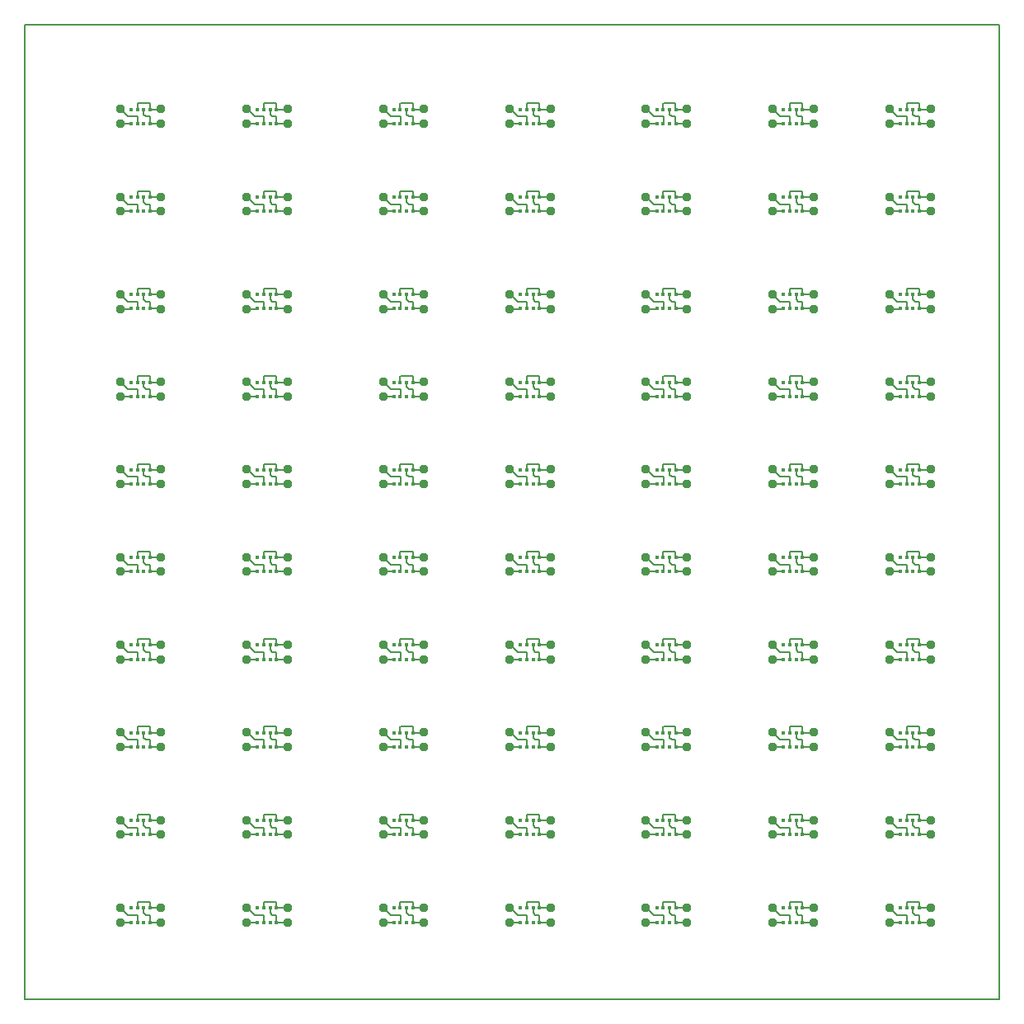
<source format=gtl>
G75*
%MOIN*%
%OFA0B0*%
%FSLAX25Y25*%
%IPPOS*%
%LPD*%
%AMOC8*
5,1,8,0,0,1.08239X$1,22.5*
%
%ADD10C,0.00600*%
%ADD11C,0.03772*%
%ADD12R,0.01575X0.01575*%
D10*
X0001300Y0001300D02*
X0395001Y0001300D01*
X0395001Y0395001D01*
X0001300Y0395001D01*
X0001300Y0001300D01*
X0039686Y0032245D02*
X0044056Y0032245D01*
X0044115Y0032304D01*
X0046674Y0032304D02*
X0046772Y0032402D01*
X0046772Y0035158D01*
X0042835Y0035158D01*
X0039828Y0038166D01*
X0039686Y0038166D01*
X0046674Y0038013D02*
X0046674Y0040375D01*
X0046772Y0040473D01*
X0051694Y0040473D01*
X0051694Y0038111D01*
X0051792Y0038013D01*
X0056131Y0038013D01*
X0056284Y0038166D01*
X0051694Y0034961D02*
X0051694Y0032402D01*
X0051792Y0032304D01*
X0056225Y0032304D01*
X0056284Y0032245D01*
X0051694Y0034961D02*
X0051497Y0035158D01*
X0050119Y0035158D01*
X0049233Y0036044D01*
X0049233Y0038013D01*
X0046674Y0067737D02*
X0046772Y0067835D01*
X0046772Y0070591D01*
X0042835Y0070591D01*
X0039828Y0073599D01*
X0039686Y0073599D01*
X0039686Y0067678D02*
X0044056Y0067678D01*
X0044115Y0067737D01*
X0046674Y0073446D02*
X0046674Y0075808D01*
X0046772Y0075906D01*
X0051694Y0075906D01*
X0051694Y0073544D01*
X0051792Y0073446D01*
X0056131Y0073446D01*
X0056284Y0073599D01*
X0051694Y0070394D02*
X0051694Y0067835D01*
X0051792Y0067737D01*
X0056225Y0067737D01*
X0056284Y0067678D01*
X0051694Y0070394D02*
X0051497Y0070591D01*
X0050119Y0070591D01*
X0049233Y0071477D01*
X0049233Y0073446D01*
X0046674Y0103170D02*
X0046772Y0103269D01*
X0046772Y0106024D01*
X0042835Y0106024D01*
X0039828Y0109032D01*
X0039686Y0109032D01*
X0039686Y0103111D02*
X0044056Y0103111D01*
X0044115Y0103170D01*
X0046674Y0108879D02*
X0046674Y0111241D01*
X0046772Y0111339D01*
X0051694Y0111339D01*
X0051694Y0108977D01*
X0051792Y0108879D01*
X0056131Y0108879D01*
X0056284Y0109032D01*
X0051694Y0105828D02*
X0051694Y0103269D01*
X0051792Y0103170D01*
X0056225Y0103170D01*
X0056284Y0103111D01*
X0051694Y0105828D02*
X0051497Y0106024D01*
X0050119Y0106024D01*
X0049233Y0106910D01*
X0049233Y0108879D01*
X0046674Y0138603D02*
X0046772Y0138702D01*
X0046772Y0141457D01*
X0042835Y0141457D01*
X0039828Y0144465D01*
X0039686Y0144465D01*
X0046674Y0144312D02*
X0046674Y0146674D01*
X0046772Y0146772D01*
X0051694Y0146772D01*
X0051694Y0144410D01*
X0051792Y0144312D01*
X0056131Y0144312D01*
X0056284Y0144465D01*
X0051694Y0141261D02*
X0051694Y0138702D01*
X0051792Y0138603D01*
X0056225Y0138603D01*
X0056284Y0138544D01*
X0051694Y0141261D02*
X0051497Y0141457D01*
X0050119Y0141457D01*
X0049233Y0142343D01*
X0049233Y0144312D01*
X0044115Y0138603D02*
X0044056Y0138544D01*
X0039686Y0138544D01*
X0039686Y0173977D02*
X0044056Y0173977D01*
X0044115Y0174036D01*
X0046674Y0174036D02*
X0046772Y0174135D01*
X0046772Y0176891D01*
X0042835Y0176891D01*
X0039828Y0179898D01*
X0039686Y0179898D01*
X0046674Y0179745D02*
X0046674Y0182107D01*
X0046772Y0182206D01*
X0051694Y0182206D01*
X0051694Y0179843D01*
X0051792Y0179745D01*
X0056131Y0179745D01*
X0056284Y0179898D01*
X0051694Y0176694D02*
X0051694Y0174135D01*
X0051792Y0174036D01*
X0056225Y0174036D01*
X0056284Y0173977D01*
X0051694Y0176694D02*
X0051497Y0176891D01*
X0050119Y0176891D01*
X0049233Y0177776D01*
X0049233Y0179745D01*
X0046674Y0209469D02*
X0046772Y0209568D01*
X0046772Y0212324D01*
X0042835Y0212324D01*
X0039828Y0215331D01*
X0039686Y0215331D01*
X0046674Y0215178D02*
X0046674Y0217540D01*
X0046772Y0217639D01*
X0051694Y0217639D01*
X0051694Y0215276D01*
X0051792Y0215178D01*
X0056131Y0215178D01*
X0056284Y0215331D01*
X0051694Y0212127D02*
X0051694Y0209568D01*
X0051792Y0209469D01*
X0056225Y0209469D01*
X0056284Y0209410D01*
X0051694Y0212127D02*
X0051497Y0212324D01*
X0050119Y0212324D01*
X0049233Y0213209D01*
X0049233Y0215178D01*
X0044115Y0209469D02*
X0044056Y0209410D01*
X0039686Y0209410D01*
X0039686Y0244843D02*
X0044056Y0244843D01*
X0044115Y0244902D01*
X0046674Y0244902D02*
X0046772Y0245001D01*
X0046772Y0247757D01*
X0042835Y0247757D01*
X0039828Y0250765D01*
X0039686Y0250765D01*
X0046674Y0250611D02*
X0046674Y0252973D01*
X0046772Y0253072D01*
X0051694Y0253072D01*
X0051694Y0250709D01*
X0051792Y0250611D01*
X0056131Y0250611D01*
X0056284Y0250765D01*
X0051694Y0247560D02*
X0051694Y0245001D01*
X0051792Y0244902D01*
X0056225Y0244902D01*
X0056284Y0244843D01*
X0051694Y0247560D02*
X0051497Y0247757D01*
X0050119Y0247757D01*
X0049233Y0248643D01*
X0049233Y0250611D01*
X0046674Y0280335D02*
X0046772Y0280434D01*
X0046772Y0283190D01*
X0042835Y0283190D01*
X0039828Y0286198D01*
X0039686Y0286198D01*
X0046674Y0286044D02*
X0046674Y0288406D01*
X0046772Y0288505D01*
X0051694Y0288505D01*
X0051694Y0286143D01*
X0051792Y0286044D01*
X0056131Y0286044D01*
X0056284Y0286198D01*
X0051694Y0282993D02*
X0051694Y0280434D01*
X0051792Y0280335D01*
X0056225Y0280335D01*
X0056284Y0280276D01*
X0051694Y0282993D02*
X0051497Y0283190D01*
X0050119Y0283190D01*
X0049233Y0284076D01*
X0049233Y0286044D01*
X0044115Y0280335D02*
X0044056Y0280276D01*
X0039686Y0280276D01*
X0039686Y0319646D02*
X0044056Y0319646D01*
X0044115Y0319706D01*
X0046674Y0319706D02*
X0046772Y0319804D01*
X0046772Y0322560D01*
X0042835Y0322560D01*
X0039828Y0325568D01*
X0039686Y0325568D01*
X0046674Y0325414D02*
X0046674Y0327776D01*
X0046772Y0327875D01*
X0051694Y0327875D01*
X0051694Y0325513D01*
X0051792Y0325414D01*
X0056131Y0325414D01*
X0056284Y0325568D01*
X0051694Y0322363D02*
X0051694Y0319804D01*
X0051792Y0319706D01*
X0056225Y0319706D01*
X0056284Y0319646D01*
X0051694Y0322363D02*
X0051497Y0322560D01*
X0050119Y0322560D01*
X0049233Y0323446D01*
X0049233Y0325414D01*
X0046674Y0355139D02*
X0046772Y0355237D01*
X0046772Y0357993D01*
X0042835Y0357993D01*
X0039828Y0361001D01*
X0039686Y0361001D01*
X0046674Y0360847D02*
X0046674Y0363209D01*
X0046772Y0363308D01*
X0051694Y0363308D01*
X0051694Y0360946D01*
X0051792Y0360847D01*
X0056131Y0360847D01*
X0056284Y0361001D01*
X0051694Y0357796D02*
X0051694Y0355237D01*
X0051792Y0355139D01*
X0056225Y0355139D01*
X0056284Y0355080D01*
X0051694Y0357796D02*
X0051497Y0357993D01*
X0050119Y0357993D01*
X0049233Y0358879D01*
X0049233Y0360847D01*
X0044115Y0355139D02*
X0044056Y0355080D01*
X0039686Y0355080D01*
X0090867Y0355080D02*
X0095237Y0355080D01*
X0095296Y0355139D01*
X0097855Y0355139D02*
X0097954Y0355237D01*
X0097954Y0357993D01*
X0094017Y0357993D01*
X0091009Y0361001D01*
X0090867Y0361001D01*
X0097855Y0360847D02*
X0097855Y0363209D01*
X0097954Y0363308D01*
X0102875Y0363308D01*
X0102875Y0360946D01*
X0102973Y0360847D01*
X0107312Y0360847D01*
X0107465Y0361001D01*
X0102875Y0357796D02*
X0102875Y0355237D01*
X0102973Y0355139D01*
X0107406Y0355139D01*
X0107465Y0355080D01*
X0102875Y0357796D02*
X0102678Y0357993D01*
X0101300Y0357993D01*
X0100414Y0358879D01*
X0100414Y0360847D01*
X0097954Y0327875D02*
X0102875Y0327875D01*
X0102875Y0325513D01*
X0102973Y0325414D01*
X0107312Y0325414D01*
X0107465Y0325568D01*
X0102875Y0322363D02*
X0102875Y0319804D01*
X0102973Y0319706D01*
X0107406Y0319706D01*
X0107465Y0319646D01*
X0102875Y0322363D02*
X0102678Y0322560D01*
X0101300Y0322560D01*
X0100414Y0323446D01*
X0100414Y0325414D01*
X0097855Y0325414D02*
X0097855Y0327776D01*
X0097954Y0327875D01*
X0097954Y0322560D02*
X0094017Y0322560D01*
X0091009Y0325568D01*
X0090867Y0325568D01*
X0090867Y0319646D02*
X0095237Y0319646D01*
X0095296Y0319706D01*
X0097855Y0319706D02*
X0097954Y0319804D01*
X0097954Y0322560D01*
X0097954Y0288505D02*
X0102875Y0288505D01*
X0102875Y0286143D01*
X0102973Y0286044D01*
X0107312Y0286044D01*
X0107465Y0286198D01*
X0102875Y0282993D02*
X0102875Y0280434D01*
X0102973Y0280335D01*
X0107406Y0280335D01*
X0107465Y0280276D01*
X0102875Y0282993D02*
X0102678Y0283190D01*
X0101300Y0283190D01*
X0100414Y0284076D01*
X0100414Y0286044D01*
X0097855Y0286044D02*
X0097855Y0288406D01*
X0097954Y0288505D01*
X0097954Y0283190D02*
X0094017Y0283190D01*
X0091009Y0286198D01*
X0090867Y0286198D01*
X0090867Y0280276D02*
X0095237Y0280276D01*
X0095296Y0280335D01*
X0097855Y0280335D02*
X0097954Y0280434D01*
X0097954Y0283190D01*
X0097954Y0253072D02*
X0102875Y0253072D01*
X0102875Y0250709D01*
X0102973Y0250611D01*
X0107312Y0250611D01*
X0107465Y0250765D01*
X0102875Y0247560D02*
X0102875Y0245001D01*
X0102973Y0244902D01*
X0107406Y0244902D01*
X0107465Y0244843D01*
X0102875Y0247560D02*
X0102678Y0247757D01*
X0101300Y0247757D01*
X0100414Y0248643D01*
X0100414Y0250611D01*
X0097855Y0250611D02*
X0097855Y0252973D01*
X0097954Y0253072D01*
X0097954Y0247757D02*
X0094017Y0247757D01*
X0091009Y0250765D01*
X0090867Y0250765D01*
X0090867Y0244843D02*
X0095237Y0244843D01*
X0095296Y0244902D01*
X0097855Y0244902D02*
X0097954Y0245001D01*
X0097954Y0247757D01*
X0097954Y0217639D02*
X0102875Y0217639D01*
X0102875Y0215276D01*
X0102973Y0215178D01*
X0107312Y0215178D01*
X0107465Y0215331D01*
X0102875Y0212127D02*
X0102875Y0209568D01*
X0102973Y0209469D01*
X0107406Y0209469D01*
X0107465Y0209410D01*
X0102875Y0212127D02*
X0102678Y0212324D01*
X0101300Y0212324D01*
X0100414Y0213209D01*
X0100414Y0215178D01*
X0097855Y0215178D02*
X0097855Y0217540D01*
X0097954Y0217639D01*
X0097954Y0212324D02*
X0094017Y0212324D01*
X0091009Y0215331D01*
X0090867Y0215331D01*
X0090867Y0209410D02*
X0095237Y0209410D01*
X0095296Y0209469D01*
X0097855Y0209469D02*
X0097954Y0209568D01*
X0097954Y0212324D01*
X0097954Y0182206D02*
X0102875Y0182206D01*
X0102875Y0179843D01*
X0102973Y0179745D01*
X0107312Y0179745D01*
X0107465Y0179898D01*
X0102875Y0176694D02*
X0102875Y0174135D01*
X0102973Y0174036D01*
X0107406Y0174036D01*
X0107465Y0173977D01*
X0102875Y0176694D02*
X0102678Y0176891D01*
X0101300Y0176891D01*
X0100414Y0177776D01*
X0100414Y0179745D01*
X0097855Y0179745D02*
X0097855Y0182107D01*
X0097954Y0182206D01*
X0097954Y0176891D02*
X0094017Y0176891D01*
X0091009Y0179898D01*
X0090867Y0179898D01*
X0090867Y0173977D02*
X0095237Y0173977D01*
X0095296Y0174036D01*
X0097855Y0174036D02*
X0097954Y0174135D01*
X0097954Y0176891D01*
X0097954Y0146772D02*
X0102875Y0146772D01*
X0102875Y0144410D01*
X0102973Y0144312D01*
X0107312Y0144312D01*
X0107465Y0144465D01*
X0102875Y0141261D02*
X0102875Y0138702D01*
X0102973Y0138603D01*
X0107406Y0138603D01*
X0107465Y0138544D01*
X0102875Y0141261D02*
X0102678Y0141457D01*
X0101300Y0141457D01*
X0100414Y0142343D01*
X0100414Y0144312D01*
X0097855Y0144312D02*
X0097855Y0146674D01*
X0097954Y0146772D01*
X0097954Y0141457D02*
X0094017Y0141457D01*
X0091009Y0144465D01*
X0090867Y0144465D01*
X0090867Y0138544D02*
X0095237Y0138544D01*
X0095296Y0138603D01*
X0097855Y0138603D02*
X0097954Y0138702D01*
X0097954Y0141457D01*
X0097954Y0111339D02*
X0102875Y0111339D01*
X0102875Y0108977D01*
X0102973Y0108879D01*
X0107312Y0108879D01*
X0107465Y0109032D01*
X0107406Y0103170D02*
X0107465Y0103111D01*
X0107406Y0103170D02*
X0102973Y0103170D01*
X0102875Y0103269D01*
X0102875Y0105828D01*
X0102678Y0106024D01*
X0101300Y0106024D01*
X0100414Y0106910D01*
X0100414Y0108879D01*
X0097855Y0108879D02*
X0097855Y0111241D01*
X0097954Y0111339D01*
X0097954Y0106024D02*
X0094017Y0106024D01*
X0091009Y0109032D01*
X0090867Y0109032D01*
X0090867Y0103111D02*
X0095237Y0103111D01*
X0095296Y0103170D01*
X0097855Y0103170D02*
X0097954Y0103269D01*
X0097954Y0106024D01*
X0097954Y0075906D02*
X0102875Y0075906D01*
X0102875Y0073544D01*
X0102973Y0073446D01*
X0107312Y0073446D01*
X0107465Y0073599D01*
X0107406Y0067737D02*
X0107465Y0067678D01*
X0107406Y0067737D02*
X0102973Y0067737D01*
X0102875Y0067835D01*
X0102875Y0070394D01*
X0102678Y0070591D01*
X0101300Y0070591D01*
X0100414Y0071477D01*
X0100414Y0073446D01*
X0097855Y0073446D02*
X0097855Y0075808D01*
X0097954Y0075906D01*
X0097954Y0070591D02*
X0094017Y0070591D01*
X0091009Y0073599D01*
X0090867Y0073599D01*
X0090867Y0067678D02*
X0095237Y0067678D01*
X0095296Y0067737D01*
X0097855Y0067737D02*
X0097954Y0067835D01*
X0097954Y0070591D01*
X0097954Y0040473D02*
X0102875Y0040473D01*
X0102875Y0038111D01*
X0102973Y0038013D01*
X0107312Y0038013D01*
X0107465Y0038166D01*
X0107406Y0032304D02*
X0107465Y0032245D01*
X0107406Y0032304D02*
X0102973Y0032304D01*
X0102875Y0032402D01*
X0102875Y0034961D01*
X0102678Y0035158D01*
X0101300Y0035158D01*
X0100414Y0036044D01*
X0100414Y0038013D01*
X0097855Y0038013D02*
X0097855Y0040375D01*
X0097954Y0040473D01*
X0097954Y0035158D02*
X0094017Y0035158D01*
X0091009Y0038166D01*
X0090867Y0038166D01*
X0090867Y0032245D02*
X0095237Y0032245D01*
X0095296Y0032304D01*
X0097855Y0032304D02*
X0097954Y0032402D01*
X0097954Y0035158D01*
X0145985Y0032245D02*
X0150355Y0032245D01*
X0150414Y0032304D01*
X0152973Y0032304D02*
X0153072Y0032402D01*
X0153072Y0035158D01*
X0149135Y0035158D01*
X0146127Y0038166D01*
X0145985Y0038166D01*
X0152973Y0038013D02*
X0152973Y0040375D01*
X0153072Y0040473D01*
X0157993Y0040473D01*
X0157993Y0038111D01*
X0158091Y0038013D01*
X0162430Y0038013D01*
X0162583Y0038166D01*
X0162524Y0032304D02*
X0162583Y0032245D01*
X0162524Y0032304D02*
X0158091Y0032304D01*
X0157993Y0032402D01*
X0157993Y0034961D01*
X0157796Y0035158D01*
X0156418Y0035158D01*
X0155532Y0036044D01*
X0155532Y0038013D01*
X0152973Y0067737D02*
X0153072Y0067835D01*
X0153072Y0070591D01*
X0149135Y0070591D01*
X0146127Y0073599D01*
X0145985Y0073599D01*
X0145985Y0067678D02*
X0150355Y0067678D01*
X0150414Y0067737D01*
X0152973Y0073446D02*
X0152973Y0075808D01*
X0153072Y0075906D01*
X0157993Y0075906D01*
X0157993Y0073544D01*
X0158091Y0073446D01*
X0162430Y0073446D01*
X0162583Y0073599D01*
X0162524Y0067737D02*
X0162583Y0067678D01*
X0162524Y0067737D02*
X0158091Y0067737D01*
X0157993Y0067835D01*
X0157993Y0070394D01*
X0157796Y0070591D01*
X0156418Y0070591D01*
X0155532Y0071477D01*
X0155532Y0073446D01*
X0152973Y0103170D02*
X0153072Y0103269D01*
X0153072Y0106024D01*
X0149135Y0106024D01*
X0146127Y0109032D01*
X0145985Y0109032D01*
X0145985Y0103111D02*
X0150355Y0103111D01*
X0150414Y0103170D01*
X0152973Y0108879D02*
X0152973Y0111241D01*
X0153072Y0111339D01*
X0157993Y0111339D01*
X0157993Y0108977D01*
X0158091Y0108879D01*
X0162430Y0108879D01*
X0162583Y0109032D01*
X0162524Y0103170D02*
X0162583Y0103111D01*
X0162524Y0103170D02*
X0158091Y0103170D01*
X0157993Y0103269D01*
X0157993Y0105828D01*
X0157796Y0106024D01*
X0156418Y0106024D01*
X0155532Y0106910D01*
X0155532Y0108879D01*
X0152973Y0138603D02*
X0153072Y0138702D01*
X0153072Y0141457D01*
X0149135Y0141457D01*
X0146127Y0144465D01*
X0145985Y0144465D01*
X0145985Y0138544D02*
X0150355Y0138544D01*
X0150414Y0138603D01*
X0152973Y0144312D02*
X0152973Y0146674D01*
X0153072Y0146772D01*
X0157993Y0146772D01*
X0157993Y0144410D01*
X0158091Y0144312D01*
X0162430Y0144312D01*
X0162583Y0144465D01*
X0157993Y0141261D02*
X0157993Y0138702D01*
X0158091Y0138603D01*
X0162524Y0138603D01*
X0162583Y0138544D01*
X0157993Y0141261D02*
X0157796Y0141457D01*
X0156418Y0141457D01*
X0155532Y0142343D01*
X0155532Y0144312D01*
X0152973Y0174036D02*
X0153072Y0174135D01*
X0153072Y0176891D01*
X0149135Y0176891D01*
X0146127Y0179898D01*
X0145985Y0179898D01*
X0145985Y0173977D02*
X0150355Y0173977D01*
X0150414Y0174036D01*
X0152973Y0179745D02*
X0152973Y0182107D01*
X0153072Y0182206D01*
X0157993Y0182206D01*
X0157993Y0179843D01*
X0158091Y0179745D01*
X0162430Y0179745D01*
X0162583Y0179898D01*
X0157993Y0176694D02*
X0157993Y0174135D01*
X0158091Y0174036D01*
X0162524Y0174036D01*
X0162583Y0173977D01*
X0157993Y0176694D02*
X0157796Y0176891D01*
X0156418Y0176891D01*
X0155532Y0177776D01*
X0155532Y0179745D01*
X0152973Y0209469D02*
X0153072Y0209568D01*
X0153072Y0212324D01*
X0149135Y0212324D01*
X0146127Y0215331D01*
X0145985Y0215331D01*
X0145985Y0209410D02*
X0150355Y0209410D01*
X0150414Y0209469D01*
X0152973Y0215178D02*
X0152973Y0217540D01*
X0153072Y0217639D01*
X0157993Y0217639D01*
X0157993Y0215276D01*
X0158091Y0215178D01*
X0162430Y0215178D01*
X0162583Y0215331D01*
X0157993Y0212127D02*
X0157993Y0209568D01*
X0158091Y0209469D01*
X0162524Y0209469D01*
X0162583Y0209410D01*
X0157993Y0212127D02*
X0157796Y0212324D01*
X0156418Y0212324D01*
X0155532Y0213209D01*
X0155532Y0215178D01*
X0152973Y0244902D02*
X0153072Y0245001D01*
X0153072Y0247757D01*
X0149135Y0247757D01*
X0146127Y0250765D01*
X0145985Y0250765D01*
X0145985Y0244843D02*
X0150355Y0244843D01*
X0150414Y0244902D01*
X0152973Y0250611D02*
X0152973Y0252973D01*
X0153072Y0253072D01*
X0157993Y0253072D01*
X0157993Y0250709D01*
X0158091Y0250611D01*
X0162430Y0250611D01*
X0162583Y0250765D01*
X0157993Y0247560D02*
X0157993Y0245001D01*
X0158091Y0244902D01*
X0162524Y0244902D01*
X0162583Y0244843D01*
X0157993Y0247560D02*
X0157796Y0247757D01*
X0156418Y0247757D01*
X0155532Y0248643D01*
X0155532Y0250611D01*
X0152973Y0280335D02*
X0153072Y0280434D01*
X0153072Y0283190D01*
X0149135Y0283190D01*
X0146127Y0286198D01*
X0145985Y0286198D01*
X0145985Y0280276D02*
X0150355Y0280276D01*
X0150414Y0280335D01*
X0152973Y0286044D02*
X0152973Y0288406D01*
X0153072Y0288505D01*
X0157993Y0288505D01*
X0157993Y0286143D01*
X0158091Y0286044D01*
X0162430Y0286044D01*
X0162583Y0286198D01*
X0157993Y0282993D02*
X0157993Y0280434D01*
X0158091Y0280335D01*
X0162524Y0280335D01*
X0162583Y0280276D01*
X0157993Y0282993D02*
X0157796Y0283190D01*
X0156418Y0283190D01*
X0155532Y0284076D01*
X0155532Y0286044D01*
X0152973Y0319706D02*
X0153072Y0319804D01*
X0153072Y0322560D01*
X0149135Y0322560D01*
X0146127Y0325568D01*
X0145985Y0325568D01*
X0145985Y0319646D02*
X0150355Y0319646D01*
X0150414Y0319706D01*
X0152973Y0325414D02*
X0152973Y0327776D01*
X0153072Y0327875D01*
X0157993Y0327875D01*
X0157993Y0325513D01*
X0158091Y0325414D01*
X0162430Y0325414D01*
X0162583Y0325568D01*
X0157993Y0322363D02*
X0157993Y0319804D01*
X0158091Y0319706D01*
X0162524Y0319706D01*
X0162583Y0319646D01*
X0157993Y0322363D02*
X0157796Y0322560D01*
X0156418Y0322560D01*
X0155532Y0323446D01*
X0155532Y0325414D01*
X0152973Y0355139D02*
X0153072Y0355237D01*
X0153072Y0357993D01*
X0149135Y0357993D01*
X0146127Y0361001D01*
X0145985Y0361001D01*
X0145985Y0355080D02*
X0150355Y0355080D01*
X0150414Y0355139D01*
X0152973Y0360847D02*
X0152973Y0363209D01*
X0153072Y0363308D01*
X0157993Y0363308D01*
X0157993Y0360946D01*
X0158091Y0360847D01*
X0162430Y0360847D01*
X0162583Y0361001D01*
X0157993Y0357796D02*
X0157993Y0355237D01*
X0158091Y0355139D01*
X0162524Y0355139D01*
X0162583Y0355080D01*
X0157993Y0357796D02*
X0157796Y0357993D01*
X0156418Y0357993D01*
X0155532Y0358879D01*
X0155532Y0360847D01*
X0197166Y0361001D02*
X0197308Y0361001D01*
X0200316Y0357993D01*
X0204253Y0357993D01*
X0204253Y0355237D01*
X0204154Y0355139D01*
X0201595Y0355139D02*
X0201536Y0355080D01*
X0197166Y0355080D01*
X0204154Y0360847D02*
X0204154Y0363209D01*
X0204253Y0363308D01*
X0209174Y0363308D01*
X0209174Y0360946D01*
X0209272Y0360847D01*
X0213611Y0360847D01*
X0213765Y0361001D01*
X0209174Y0357796D02*
X0209174Y0355237D01*
X0209272Y0355139D01*
X0213706Y0355139D01*
X0213765Y0355080D01*
X0209174Y0357796D02*
X0208977Y0357993D01*
X0207599Y0357993D01*
X0206713Y0358879D01*
X0206713Y0360847D01*
X0204253Y0327875D02*
X0209174Y0327875D01*
X0209174Y0325513D01*
X0209272Y0325414D01*
X0213611Y0325414D01*
X0213765Y0325568D01*
X0209174Y0322363D02*
X0209174Y0319804D01*
X0209272Y0319706D01*
X0213706Y0319706D01*
X0213765Y0319646D01*
X0209174Y0322363D02*
X0208977Y0322560D01*
X0207599Y0322560D01*
X0206713Y0323446D01*
X0206713Y0325414D01*
X0204154Y0325414D02*
X0204154Y0327776D01*
X0204253Y0327875D01*
X0204253Y0322560D02*
X0200316Y0322560D01*
X0197308Y0325568D01*
X0197166Y0325568D01*
X0197166Y0319646D02*
X0201536Y0319646D01*
X0201595Y0319706D01*
X0204154Y0319706D02*
X0204253Y0319804D01*
X0204253Y0322560D01*
X0204253Y0288505D02*
X0209174Y0288505D01*
X0209174Y0286143D01*
X0209272Y0286044D01*
X0213611Y0286044D01*
X0213765Y0286198D01*
X0209174Y0282993D02*
X0209174Y0280434D01*
X0209272Y0280335D01*
X0213706Y0280335D01*
X0213765Y0280276D01*
X0209174Y0282993D02*
X0208977Y0283190D01*
X0207599Y0283190D01*
X0206713Y0284076D01*
X0206713Y0286044D01*
X0204154Y0286044D02*
X0204154Y0288406D01*
X0204253Y0288505D01*
X0204253Y0283190D02*
X0200316Y0283190D01*
X0197308Y0286198D01*
X0197166Y0286198D01*
X0197166Y0280276D02*
X0201536Y0280276D01*
X0201595Y0280335D01*
X0204154Y0280335D02*
X0204253Y0280434D01*
X0204253Y0283190D01*
X0204253Y0253072D02*
X0209174Y0253072D01*
X0209174Y0250709D01*
X0209272Y0250611D01*
X0213611Y0250611D01*
X0213765Y0250765D01*
X0209174Y0247560D02*
X0209174Y0245001D01*
X0209272Y0244902D01*
X0213706Y0244902D01*
X0213765Y0244843D01*
X0209174Y0247560D02*
X0208977Y0247757D01*
X0207599Y0247757D01*
X0206713Y0248643D01*
X0206713Y0250611D01*
X0204154Y0250611D02*
X0204154Y0252973D01*
X0204253Y0253072D01*
X0204253Y0247757D02*
X0200316Y0247757D01*
X0197308Y0250765D01*
X0197166Y0250765D01*
X0197166Y0244843D02*
X0201536Y0244843D01*
X0201595Y0244902D01*
X0204154Y0244902D02*
X0204253Y0245001D01*
X0204253Y0247757D01*
X0204253Y0217639D02*
X0209174Y0217639D01*
X0209174Y0215276D01*
X0209272Y0215178D01*
X0213611Y0215178D01*
X0213765Y0215331D01*
X0209174Y0212127D02*
X0209174Y0209568D01*
X0209272Y0209469D01*
X0213706Y0209469D01*
X0213765Y0209410D01*
X0209174Y0212127D02*
X0208977Y0212324D01*
X0207599Y0212324D01*
X0206713Y0213209D01*
X0206713Y0215178D01*
X0204154Y0215178D02*
X0204154Y0217540D01*
X0204253Y0217639D01*
X0204253Y0212324D02*
X0200316Y0212324D01*
X0197308Y0215331D01*
X0197166Y0215331D01*
X0197166Y0209410D02*
X0201536Y0209410D01*
X0201595Y0209469D01*
X0204154Y0209469D02*
X0204253Y0209568D01*
X0204253Y0212324D01*
X0204253Y0182206D02*
X0209174Y0182206D01*
X0209174Y0179843D01*
X0209272Y0179745D01*
X0213611Y0179745D01*
X0213765Y0179898D01*
X0209174Y0176694D02*
X0209174Y0174135D01*
X0209272Y0174036D01*
X0213706Y0174036D01*
X0213765Y0173977D01*
X0209174Y0176694D02*
X0208977Y0176891D01*
X0207599Y0176891D01*
X0206713Y0177776D01*
X0206713Y0179745D01*
X0204154Y0179745D02*
X0204154Y0182107D01*
X0204253Y0182206D01*
X0204253Y0176891D02*
X0200316Y0176891D01*
X0197308Y0179898D01*
X0197166Y0179898D01*
X0197166Y0173977D02*
X0201536Y0173977D01*
X0201595Y0174036D01*
X0204154Y0174036D02*
X0204253Y0174135D01*
X0204253Y0176891D01*
X0204253Y0146772D02*
X0209174Y0146772D01*
X0209174Y0144410D01*
X0209272Y0144312D01*
X0213611Y0144312D01*
X0213765Y0144465D01*
X0209174Y0141261D02*
X0209174Y0138702D01*
X0209272Y0138603D01*
X0213706Y0138603D01*
X0213765Y0138544D01*
X0209174Y0141261D02*
X0208977Y0141457D01*
X0207599Y0141457D01*
X0206713Y0142343D01*
X0206713Y0144312D01*
X0204154Y0144312D02*
X0204154Y0146674D01*
X0204253Y0146772D01*
X0204253Y0141457D02*
X0200316Y0141457D01*
X0197308Y0144465D01*
X0197166Y0144465D01*
X0197166Y0138544D02*
X0201536Y0138544D01*
X0201595Y0138603D01*
X0204154Y0138603D02*
X0204253Y0138702D01*
X0204253Y0141457D01*
X0204253Y0111339D02*
X0209174Y0111339D01*
X0209174Y0108977D01*
X0209272Y0108879D01*
X0213611Y0108879D01*
X0213765Y0109032D01*
X0209174Y0105828D02*
X0209174Y0103269D01*
X0209272Y0103170D01*
X0213706Y0103170D01*
X0213765Y0103111D01*
X0209174Y0105828D02*
X0208977Y0106024D01*
X0207599Y0106024D01*
X0206713Y0106910D01*
X0206713Y0108879D01*
X0204154Y0108879D02*
X0204154Y0111241D01*
X0204253Y0111339D01*
X0204253Y0106024D02*
X0200316Y0106024D01*
X0197308Y0109032D01*
X0197166Y0109032D01*
X0197166Y0103111D02*
X0201536Y0103111D01*
X0201595Y0103170D01*
X0204154Y0103170D02*
X0204253Y0103269D01*
X0204253Y0106024D01*
X0204253Y0075906D02*
X0209174Y0075906D01*
X0209174Y0073544D01*
X0209272Y0073446D01*
X0213611Y0073446D01*
X0213765Y0073599D01*
X0209174Y0070394D02*
X0209174Y0067835D01*
X0209272Y0067737D01*
X0213706Y0067737D01*
X0213765Y0067678D01*
X0209174Y0070394D02*
X0208977Y0070591D01*
X0207599Y0070591D01*
X0206713Y0071477D01*
X0206713Y0073446D01*
X0204154Y0073446D02*
X0204154Y0075808D01*
X0204253Y0075906D01*
X0204253Y0070591D02*
X0200316Y0070591D01*
X0197308Y0073599D01*
X0197166Y0073599D01*
X0197166Y0067678D02*
X0201536Y0067678D01*
X0201595Y0067737D01*
X0204154Y0067737D02*
X0204253Y0067835D01*
X0204253Y0070591D01*
X0204253Y0040473D02*
X0209174Y0040473D01*
X0209174Y0038111D01*
X0209272Y0038013D01*
X0213611Y0038013D01*
X0213765Y0038166D01*
X0209174Y0034961D02*
X0209174Y0032402D01*
X0209272Y0032304D01*
X0213706Y0032304D01*
X0213765Y0032245D01*
X0209174Y0034961D02*
X0208977Y0035158D01*
X0207599Y0035158D01*
X0206713Y0036044D01*
X0206713Y0038013D01*
X0204154Y0038013D02*
X0204154Y0040375D01*
X0204253Y0040473D01*
X0204253Y0035158D02*
X0200316Y0035158D01*
X0197308Y0038166D01*
X0197166Y0038166D01*
X0197166Y0032245D02*
X0201536Y0032245D01*
X0201595Y0032304D01*
X0204154Y0032304D02*
X0204253Y0032402D01*
X0204253Y0035158D01*
X0252284Y0032245D02*
X0256654Y0032245D01*
X0256713Y0032304D01*
X0259272Y0032304D02*
X0259371Y0032402D01*
X0259371Y0035158D01*
X0255434Y0035158D01*
X0252426Y0038166D01*
X0252284Y0038166D01*
X0259272Y0038013D02*
X0259272Y0040375D01*
X0259371Y0040473D01*
X0264292Y0040473D01*
X0264292Y0038111D01*
X0264391Y0038013D01*
X0268729Y0038013D01*
X0268883Y0038166D01*
X0264292Y0034961D02*
X0264292Y0032402D01*
X0264391Y0032304D01*
X0268824Y0032304D01*
X0268883Y0032245D01*
X0264292Y0034961D02*
X0264095Y0035158D01*
X0262717Y0035158D01*
X0261831Y0036044D01*
X0261831Y0038013D01*
X0259272Y0067737D02*
X0259371Y0067835D01*
X0259371Y0070591D01*
X0255434Y0070591D01*
X0252426Y0073599D01*
X0252284Y0073599D01*
X0252284Y0067678D02*
X0256654Y0067678D01*
X0256713Y0067737D01*
X0259272Y0073446D02*
X0259272Y0075808D01*
X0259371Y0075906D01*
X0264292Y0075906D01*
X0264292Y0073544D01*
X0264391Y0073446D01*
X0268729Y0073446D01*
X0268883Y0073599D01*
X0264292Y0070394D02*
X0264292Y0067835D01*
X0264391Y0067737D01*
X0268824Y0067737D01*
X0268883Y0067678D01*
X0264292Y0070394D02*
X0264095Y0070591D01*
X0262717Y0070591D01*
X0261831Y0071477D01*
X0261831Y0073446D01*
X0259272Y0103170D02*
X0259371Y0103269D01*
X0259371Y0106024D01*
X0255434Y0106024D01*
X0252426Y0109032D01*
X0252284Y0109032D01*
X0252284Y0103111D02*
X0256654Y0103111D01*
X0256713Y0103170D01*
X0259272Y0108879D02*
X0259272Y0111241D01*
X0259371Y0111339D01*
X0264292Y0111339D01*
X0264292Y0108977D01*
X0264391Y0108879D01*
X0268729Y0108879D01*
X0268883Y0109032D01*
X0264292Y0105828D02*
X0264292Y0103269D01*
X0264391Y0103170D01*
X0268824Y0103170D01*
X0268883Y0103111D01*
X0264292Y0105828D02*
X0264095Y0106024D01*
X0262717Y0106024D01*
X0261831Y0106910D01*
X0261831Y0108879D01*
X0259272Y0138603D02*
X0259371Y0138702D01*
X0259371Y0141457D01*
X0255434Y0141457D01*
X0252426Y0144465D01*
X0252284Y0144465D01*
X0252284Y0138544D02*
X0256654Y0138544D01*
X0256713Y0138603D01*
X0259272Y0144312D02*
X0259272Y0146674D01*
X0259371Y0146772D01*
X0264292Y0146772D01*
X0264292Y0144410D01*
X0264391Y0144312D01*
X0268729Y0144312D01*
X0268883Y0144465D01*
X0264292Y0141261D02*
X0264292Y0138702D01*
X0264391Y0138603D01*
X0268824Y0138603D01*
X0268883Y0138544D01*
X0264292Y0141261D02*
X0264095Y0141457D01*
X0262717Y0141457D01*
X0261831Y0142343D01*
X0261831Y0144312D01*
X0259272Y0174036D02*
X0259371Y0174135D01*
X0259371Y0176891D01*
X0255434Y0176891D01*
X0252426Y0179898D01*
X0252284Y0179898D01*
X0252284Y0173977D02*
X0256654Y0173977D01*
X0256713Y0174036D01*
X0259272Y0179745D02*
X0259272Y0182107D01*
X0259371Y0182206D01*
X0264292Y0182206D01*
X0264292Y0179843D01*
X0264391Y0179745D01*
X0268729Y0179745D01*
X0268883Y0179898D01*
X0264292Y0176694D02*
X0264292Y0174135D01*
X0264391Y0174036D01*
X0268824Y0174036D01*
X0268883Y0173977D01*
X0264292Y0176694D02*
X0264095Y0176891D01*
X0262717Y0176891D01*
X0261831Y0177776D01*
X0261831Y0179745D01*
X0259272Y0209469D02*
X0259371Y0209568D01*
X0259371Y0212324D01*
X0255434Y0212324D01*
X0252426Y0215331D01*
X0252284Y0215331D01*
X0252284Y0209410D02*
X0256654Y0209410D01*
X0256713Y0209469D01*
X0259272Y0215178D02*
X0259272Y0217540D01*
X0259371Y0217639D01*
X0264292Y0217639D01*
X0264292Y0215276D01*
X0264391Y0215178D01*
X0268729Y0215178D01*
X0268883Y0215331D01*
X0264292Y0212127D02*
X0264292Y0209568D01*
X0264391Y0209469D01*
X0268824Y0209469D01*
X0268883Y0209410D01*
X0264292Y0212127D02*
X0264095Y0212324D01*
X0262717Y0212324D01*
X0261831Y0213209D01*
X0261831Y0215178D01*
X0259272Y0244902D02*
X0259371Y0245001D01*
X0259371Y0247757D01*
X0255434Y0247757D01*
X0252426Y0250765D01*
X0252284Y0250765D01*
X0252284Y0244843D02*
X0256654Y0244843D01*
X0256713Y0244902D01*
X0259272Y0250611D02*
X0259272Y0252973D01*
X0259371Y0253072D01*
X0264292Y0253072D01*
X0264292Y0250709D01*
X0264391Y0250611D01*
X0268729Y0250611D01*
X0268883Y0250765D01*
X0264292Y0247560D02*
X0264292Y0245001D01*
X0264391Y0244902D01*
X0268824Y0244902D01*
X0268883Y0244843D01*
X0264292Y0247560D02*
X0264095Y0247757D01*
X0262717Y0247757D01*
X0261831Y0248643D01*
X0261831Y0250611D01*
X0259272Y0280335D02*
X0259371Y0280434D01*
X0259371Y0283190D01*
X0255434Y0283190D01*
X0252426Y0286198D01*
X0252284Y0286198D01*
X0252284Y0280276D02*
X0256654Y0280276D01*
X0256713Y0280335D01*
X0259272Y0286044D02*
X0259272Y0288406D01*
X0259371Y0288505D01*
X0264292Y0288505D01*
X0264292Y0286143D01*
X0264391Y0286044D01*
X0268729Y0286044D01*
X0268883Y0286198D01*
X0264292Y0282993D02*
X0264292Y0280434D01*
X0264391Y0280335D01*
X0268824Y0280335D01*
X0268883Y0280276D01*
X0264292Y0282993D02*
X0264095Y0283190D01*
X0262717Y0283190D01*
X0261831Y0284076D01*
X0261831Y0286044D01*
X0259272Y0319706D02*
X0259371Y0319804D01*
X0259371Y0322560D01*
X0255434Y0322560D01*
X0252426Y0325568D01*
X0252284Y0325568D01*
X0252284Y0319646D02*
X0256654Y0319646D01*
X0256713Y0319706D01*
X0259272Y0325414D02*
X0259272Y0327776D01*
X0259371Y0327875D01*
X0264292Y0327875D01*
X0264292Y0325513D01*
X0264391Y0325414D01*
X0268729Y0325414D01*
X0268883Y0325568D01*
X0264292Y0322363D02*
X0264292Y0319804D01*
X0264391Y0319706D01*
X0268824Y0319706D01*
X0268883Y0319646D01*
X0264292Y0322363D02*
X0264095Y0322560D01*
X0262717Y0322560D01*
X0261831Y0323446D01*
X0261831Y0325414D01*
X0259272Y0355139D02*
X0259371Y0355237D01*
X0259371Y0357993D01*
X0255434Y0357993D01*
X0252426Y0361001D01*
X0252284Y0361001D01*
X0252284Y0355080D02*
X0256654Y0355080D01*
X0256713Y0355139D01*
X0259272Y0360847D02*
X0259272Y0363209D01*
X0259371Y0363308D01*
X0264292Y0363308D01*
X0264292Y0360946D01*
X0264391Y0360847D01*
X0268729Y0360847D01*
X0268883Y0361001D01*
X0264292Y0357796D02*
X0264292Y0355237D01*
X0264391Y0355139D01*
X0268824Y0355139D01*
X0268883Y0355080D01*
X0264292Y0357796D02*
X0264095Y0357993D01*
X0262717Y0357993D01*
X0261831Y0358879D01*
X0261831Y0360847D01*
X0303465Y0361001D02*
X0303607Y0361001D01*
X0306615Y0357993D01*
X0310552Y0357993D01*
X0310552Y0355237D01*
X0310454Y0355139D01*
X0307894Y0355139D02*
X0307835Y0355080D01*
X0303465Y0355080D01*
X0310454Y0360847D02*
X0310454Y0363209D01*
X0310552Y0363308D01*
X0315473Y0363308D01*
X0315473Y0360946D01*
X0315572Y0360847D01*
X0319910Y0360847D01*
X0320064Y0361001D01*
X0315473Y0357796D02*
X0315473Y0355237D01*
X0315572Y0355139D01*
X0320005Y0355139D01*
X0320064Y0355080D01*
X0315473Y0357796D02*
X0315276Y0357993D01*
X0313898Y0357993D01*
X0313013Y0358879D01*
X0313013Y0360847D01*
X0310552Y0327875D02*
X0315473Y0327875D01*
X0315473Y0325513D01*
X0315572Y0325414D01*
X0319910Y0325414D01*
X0320064Y0325568D01*
X0315473Y0322363D02*
X0315473Y0319804D01*
X0315572Y0319706D01*
X0320005Y0319706D01*
X0320064Y0319646D01*
X0315473Y0322363D02*
X0315276Y0322560D01*
X0313898Y0322560D01*
X0313013Y0323446D01*
X0313013Y0325414D01*
X0310454Y0325414D02*
X0310454Y0327776D01*
X0310552Y0327875D01*
X0310552Y0322560D02*
X0306615Y0322560D01*
X0303607Y0325568D01*
X0303465Y0325568D01*
X0303465Y0319646D02*
X0307835Y0319646D01*
X0307894Y0319706D01*
X0310454Y0319706D02*
X0310552Y0319804D01*
X0310552Y0322560D01*
X0310552Y0288505D02*
X0315473Y0288505D01*
X0315473Y0286143D01*
X0315572Y0286044D01*
X0319910Y0286044D01*
X0320064Y0286198D01*
X0315473Y0282993D02*
X0315473Y0280434D01*
X0315572Y0280335D01*
X0320005Y0280335D01*
X0320064Y0280276D01*
X0315473Y0282993D02*
X0315276Y0283190D01*
X0313898Y0283190D01*
X0313013Y0284076D01*
X0313013Y0286044D01*
X0310454Y0286044D02*
X0310454Y0288406D01*
X0310552Y0288505D01*
X0310552Y0283190D02*
X0306615Y0283190D01*
X0303607Y0286198D01*
X0303465Y0286198D01*
X0303465Y0280276D02*
X0307835Y0280276D01*
X0307894Y0280335D01*
X0310454Y0280335D02*
X0310552Y0280434D01*
X0310552Y0283190D01*
X0310552Y0253072D02*
X0315473Y0253072D01*
X0315473Y0250709D01*
X0315572Y0250611D01*
X0319910Y0250611D01*
X0320064Y0250765D01*
X0315473Y0247560D02*
X0315473Y0245001D01*
X0315572Y0244902D01*
X0320005Y0244902D01*
X0320064Y0244843D01*
X0315473Y0247560D02*
X0315276Y0247757D01*
X0313898Y0247757D01*
X0313013Y0248643D01*
X0313013Y0250611D01*
X0310454Y0250611D02*
X0310454Y0252973D01*
X0310552Y0253072D01*
X0310552Y0247757D02*
X0306615Y0247757D01*
X0303607Y0250765D01*
X0303465Y0250765D01*
X0303465Y0244843D02*
X0307835Y0244843D01*
X0307894Y0244902D01*
X0310454Y0244902D02*
X0310552Y0245001D01*
X0310552Y0247757D01*
X0310552Y0217639D02*
X0315473Y0217639D01*
X0315473Y0215276D01*
X0315572Y0215178D01*
X0319910Y0215178D01*
X0320064Y0215331D01*
X0315473Y0212127D02*
X0315473Y0209568D01*
X0315572Y0209469D01*
X0320005Y0209469D01*
X0320064Y0209410D01*
X0315473Y0212127D02*
X0315276Y0212324D01*
X0313898Y0212324D01*
X0313013Y0213209D01*
X0313013Y0215178D01*
X0310454Y0215178D02*
X0310454Y0217540D01*
X0310552Y0217639D01*
X0310552Y0212324D02*
X0306615Y0212324D01*
X0303607Y0215331D01*
X0303465Y0215331D01*
X0303465Y0209410D02*
X0307835Y0209410D01*
X0307894Y0209469D01*
X0310454Y0209469D02*
X0310552Y0209568D01*
X0310552Y0212324D01*
X0310552Y0182206D02*
X0315473Y0182206D01*
X0315473Y0179843D01*
X0315572Y0179745D01*
X0319910Y0179745D01*
X0320064Y0179898D01*
X0315473Y0176694D02*
X0315473Y0174135D01*
X0315572Y0174036D01*
X0320005Y0174036D01*
X0320064Y0173977D01*
X0315473Y0176694D02*
X0315276Y0176891D01*
X0313898Y0176891D01*
X0313013Y0177776D01*
X0313013Y0179745D01*
X0310454Y0179745D02*
X0310454Y0182107D01*
X0310552Y0182206D01*
X0310552Y0176891D02*
X0306615Y0176891D01*
X0303607Y0179898D01*
X0303465Y0179898D01*
X0303465Y0173977D02*
X0307835Y0173977D01*
X0307894Y0174036D01*
X0310454Y0174036D02*
X0310552Y0174135D01*
X0310552Y0176891D01*
X0310552Y0146772D02*
X0315473Y0146772D01*
X0315473Y0144410D01*
X0315572Y0144312D01*
X0319910Y0144312D01*
X0320064Y0144465D01*
X0315473Y0141261D02*
X0315473Y0138702D01*
X0315572Y0138603D01*
X0320005Y0138603D01*
X0320064Y0138544D01*
X0315473Y0141261D02*
X0315276Y0141457D01*
X0313898Y0141457D01*
X0313013Y0142343D01*
X0313013Y0144312D01*
X0310454Y0144312D02*
X0310454Y0146674D01*
X0310552Y0146772D01*
X0310552Y0141457D02*
X0306615Y0141457D01*
X0303607Y0144465D01*
X0303465Y0144465D01*
X0303465Y0138544D02*
X0307835Y0138544D01*
X0307894Y0138603D01*
X0310454Y0138603D02*
X0310552Y0138702D01*
X0310552Y0141457D01*
X0310552Y0111339D02*
X0315473Y0111339D01*
X0315473Y0108977D01*
X0315572Y0108879D01*
X0319910Y0108879D01*
X0320064Y0109032D01*
X0315473Y0105828D02*
X0315473Y0103269D01*
X0315572Y0103170D01*
X0320005Y0103170D01*
X0320064Y0103111D01*
X0315473Y0105828D02*
X0315276Y0106024D01*
X0313898Y0106024D01*
X0313013Y0106910D01*
X0313013Y0108879D01*
X0310454Y0108879D02*
X0310454Y0111241D01*
X0310552Y0111339D01*
X0310552Y0106024D02*
X0306615Y0106024D01*
X0303607Y0109032D01*
X0303465Y0109032D01*
X0303465Y0103111D02*
X0307835Y0103111D01*
X0307894Y0103170D01*
X0310454Y0103170D02*
X0310552Y0103269D01*
X0310552Y0106024D01*
X0310552Y0075906D02*
X0315473Y0075906D01*
X0315473Y0073544D01*
X0315572Y0073446D01*
X0319910Y0073446D01*
X0320064Y0073599D01*
X0315473Y0070394D02*
X0315473Y0067835D01*
X0315572Y0067737D01*
X0320005Y0067737D01*
X0320064Y0067678D01*
X0315473Y0070394D02*
X0315276Y0070591D01*
X0313898Y0070591D01*
X0313013Y0071477D01*
X0313013Y0073446D01*
X0310454Y0073446D02*
X0310454Y0075808D01*
X0310552Y0075906D01*
X0310552Y0070591D02*
X0306615Y0070591D01*
X0303607Y0073599D01*
X0303465Y0073599D01*
X0303465Y0067678D02*
X0307835Y0067678D01*
X0307894Y0067737D01*
X0310454Y0067737D02*
X0310552Y0067835D01*
X0310552Y0070591D01*
X0310552Y0040473D02*
X0315473Y0040473D01*
X0315473Y0038111D01*
X0315572Y0038013D01*
X0319910Y0038013D01*
X0320064Y0038166D01*
X0315473Y0034961D02*
X0315473Y0032402D01*
X0315572Y0032304D01*
X0320005Y0032304D01*
X0320064Y0032245D01*
X0315473Y0034961D02*
X0315276Y0035158D01*
X0313898Y0035158D01*
X0313013Y0036044D01*
X0313013Y0038013D01*
X0310454Y0038013D02*
X0310454Y0040375D01*
X0310552Y0040473D01*
X0310552Y0035158D02*
X0306615Y0035158D01*
X0303607Y0038166D01*
X0303465Y0038166D01*
X0303465Y0032245D02*
X0307835Y0032245D01*
X0307894Y0032304D01*
X0310454Y0032304D02*
X0310552Y0032402D01*
X0310552Y0035158D01*
X0350709Y0032245D02*
X0355080Y0032245D01*
X0355139Y0032304D01*
X0357698Y0032304D02*
X0357796Y0032402D01*
X0357796Y0035158D01*
X0353859Y0035158D01*
X0350851Y0038166D01*
X0350709Y0038166D01*
X0357698Y0038013D02*
X0357698Y0040375D01*
X0357796Y0040473D01*
X0362717Y0040473D01*
X0362717Y0038111D01*
X0362816Y0038013D01*
X0367154Y0038013D01*
X0367308Y0038166D01*
X0362717Y0034961D02*
X0362717Y0032402D01*
X0362816Y0032304D01*
X0367249Y0032304D01*
X0367308Y0032245D01*
X0362717Y0034961D02*
X0362520Y0035158D01*
X0361143Y0035158D01*
X0360257Y0036044D01*
X0360257Y0038013D01*
X0362816Y0067737D02*
X0367249Y0067737D01*
X0367308Y0067678D01*
X0362816Y0067737D02*
X0362717Y0067835D01*
X0362717Y0070394D01*
X0362520Y0070591D01*
X0361143Y0070591D01*
X0360257Y0071477D01*
X0360257Y0073446D01*
X0362717Y0073544D02*
X0362717Y0075906D01*
X0357796Y0075906D01*
X0357698Y0075808D01*
X0357698Y0073446D01*
X0357796Y0070591D02*
X0353859Y0070591D01*
X0350851Y0073599D01*
X0350709Y0073599D01*
X0350709Y0067678D02*
X0355080Y0067678D01*
X0355139Y0067737D01*
X0357698Y0067737D02*
X0357796Y0067835D01*
X0357796Y0070591D01*
X0362717Y0073544D02*
X0362816Y0073446D01*
X0367154Y0073446D01*
X0367308Y0073599D01*
X0367308Y0103111D02*
X0367249Y0103170D01*
X0362816Y0103170D01*
X0362717Y0103269D01*
X0362717Y0105828D01*
X0362520Y0106024D01*
X0361143Y0106024D01*
X0360257Y0106910D01*
X0360257Y0108879D01*
X0362717Y0108977D02*
X0362717Y0111339D01*
X0357796Y0111339D01*
X0357698Y0111241D01*
X0357698Y0108879D01*
X0357796Y0106024D02*
X0353859Y0106024D01*
X0350851Y0109032D01*
X0350709Y0109032D01*
X0350709Y0103111D02*
X0355080Y0103111D01*
X0355139Y0103170D01*
X0357698Y0103170D02*
X0357796Y0103269D01*
X0357796Y0106024D01*
X0362717Y0108977D02*
X0362816Y0108879D01*
X0367154Y0108879D01*
X0367308Y0109032D01*
X0367308Y0138544D02*
X0367249Y0138603D01*
X0362816Y0138603D01*
X0362717Y0138702D01*
X0362717Y0141261D01*
X0362520Y0141457D01*
X0361143Y0141457D01*
X0360257Y0142343D01*
X0360257Y0144312D01*
X0362717Y0144410D02*
X0362717Y0146772D01*
X0357796Y0146772D01*
X0357698Y0146674D01*
X0357698Y0144312D01*
X0357796Y0141457D02*
X0353859Y0141457D01*
X0350851Y0144465D01*
X0350709Y0144465D01*
X0350709Y0138544D02*
X0355080Y0138544D01*
X0355139Y0138603D01*
X0357698Y0138603D02*
X0357796Y0138702D01*
X0357796Y0141457D01*
X0362717Y0144410D02*
X0362816Y0144312D01*
X0367154Y0144312D01*
X0367308Y0144465D01*
X0367308Y0173977D02*
X0367249Y0174036D01*
X0362816Y0174036D01*
X0362717Y0174135D01*
X0362717Y0176694D01*
X0362520Y0176891D01*
X0361143Y0176891D01*
X0360257Y0177776D01*
X0360257Y0179745D01*
X0362717Y0179843D02*
X0362816Y0179745D01*
X0367154Y0179745D01*
X0367308Y0179898D01*
X0362717Y0179843D02*
X0362717Y0182206D01*
X0357796Y0182206D01*
X0357698Y0182107D01*
X0357698Y0179745D01*
X0357796Y0176891D02*
X0353859Y0176891D01*
X0350851Y0179898D01*
X0350709Y0179898D01*
X0350709Y0173977D02*
X0355080Y0173977D01*
X0355139Y0174036D01*
X0357698Y0174036D02*
X0357796Y0174135D01*
X0357796Y0176891D01*
X0357698Y0209469D02*
X0357796Y0209568D01*
X0357796Y0212324D01*
X0353859Y0212324D01*
X0350851Y0215331D01*
X0350709Y0215331D01*
X0350709Y0209410D02*
X0355080Y0209410D01*
X0355139Y0209469D01*
X0360257Y0213209D02*
X0361143Y0212324D01*
X0362520Y0212324D01*
X0362717Y0212127D01*
X0362717Y0209568D01*
X0362816Y0209469D01*
X0367249Y0209469D01*
X0367308Y0209410D01*
X0367154Y0215178D02*
X0362816Y0215178D01*
X0362717Y0215276D01*
X0362717Y0217639D01*
X0357796Y0217639D01*
X0357698Y0217540D01*
X0357698Y0215178D01*
X0360257Y0215178D02*
X0360257Y0213209D01*
X0367154Y0215178D02*
X0367308Y0215331D01*
X0367308Y0244843D02*
X0367249Y0244902D01*
X0362816Y0244902D01*
X0362717Y0245001D01*
X0362717Y0247560D01*
X0362520Y0247757D01*
X0361143Y0247757D01*
X0360257Y0248643D01*
X0360257Y0250611D01*
X0362717Y0250709D02*
X0362816Y0250611D01*
X0367154Y0250611D01*
X0367308Y0250765D01*
X0362717Y0250709D02*
X0362717Y0253072D01*
X0357796Y0253072D01*
X0357698Y0252973D01*
X0357698Y0250611D01*
X0357796Y0247757D02*
X0353859Y0247757D01*
X0350851Y0250765D01*
X0350709Y0250765D01*
X0350709Y0244843D02*
X0355080Y0244843D01*
X0355139Y0244902D01*
X0357698Y0244902D02*
X0357796Y0245001D01*
X0357796Y0247757D01*
X0357698Y0280335D02*
X0357796Y0280434D01*
X0357796Y0283190D01*
X0353859Y0283190D01*
X0350851Y0286198D01*
X0350709Y0286198D01*
X0350709Y0280276D02*
X0355080Y0280276D01*
X0355139Y0280335D01*
X0360257Y0284076D02*
X0361143Y0283190D01*
X0362520Y0283190D01*
X0362717Y0282993D01*
X0362717Y0280434D01*
X0362816Y0280335D01*
X0367249Y0280335D01*
X0367308Y0280276D01*
X0367154Y0286044D02*
X0362816Y0286044D01*
X0362717Y0286143D01*
X0362717Y0288505D01*
X0357796Y0288505D01*
X0357698Y0288406D01*
X0357698Y0286044D01*
X0360257Y0286044D02*
X0360257Y0284076D01*
X0367154Y0286044D02*
X0367308Y0286198D01*
X0367308Y0319646D02*
X0367249Y0319706D01*
X0362816Y0319706D01*
X0362717Y0319804D01*
X0362717Y0322363D01*
X0362520Y0322560D01*
X0361143Y0322560D01*
X0360257Y0323446D01*
X0360257Y0325414D01*
X0362717Y0325513D02*
X0362816Y0325414D01*
X0367154Y0325414D01*
X0367308Y0325568D01*
X0362717Y0325513D02*
X0362717Y0327875D01*
X0357796Y0327875D01*
X0357698Y0327776D01*
X0357698Y0325414D01*
X0357796Y0322560D02*
X0353859Y0322560D01*
X0350851Y0325568D01*
X0350709Y0325568D01*
X0350709Y0319646D02*
X0355080Y0319646D01*
X0355139Y0319706D01*
X0357698Y0319706D02*
X0357796Y0319804D01*
X0357796Y0322560D01*
X0357698Y0355139D02*
X0357796Y0355237D01*
X0357796Y0357993D01*
X0353859Y0357993D01*
X0350851Y0361001D01*
X0350709Y0361001D01*
X0350709Y0355080D02*
X0355080Y0355080D01*
X0355139Y0355139D01*
X0360257Y0358879D02*
X0361143Y0357993D01*
X0362520Y0357993D01*
X0362717Y0357796D01*
X0362717Y0355237D01*
X0362816Y0355139D01*
X0367249Y0355139D01*
X0367308Y0355080D01*
X0367154Y0360847D02*
X0362816Y0360847D01*
X0362717Y0360946D01*
X0362717Y0363308D01*
X0357796Y0363308D01*
X0357698Y0363209D01*
X0357698Y0360847D01*
X0360257Y0360847D02*
X0360257Y0358879D01*
X0367154Y0360847D02*
X0367308Y0361001D01*
D11*
X0367308Y0361001D03*
X0367308Y0355080D03*
X0350709Y0355080D03*
X0350709Y0361001D03*
X0320064Y0361001D03*
X0320064Y0355080D03*
X0303465Y0355080D03*
X0303465Y0361001D03*
X0268883Y0361001D03*
X0268883Y0355080D03*
X0252284Y0355080D03*
X0252284Y0361001D03*
X0252284Y0325568D03*
X0252284Y0319646D03*
X0268883Y0319646D03*
X0268883Y0325568D03*
X0303465Y0325568D03*
X0303465Y0319646D03*
X0320064Y0319646D03*
X0320064Y0325568D03*
X0350709Y0325568D03*
X0350709Y0319646D03*
X0367308Y0319646D03*
X0367308Y0325568D03*
X0367308Y0286198D03*
X0367308Y0280276D03*
X0350709Y0280276D03*
X0350709Y0286198D03*
X0320064Y0286198D03*
X0320064Y0280276D03*
X0303465Y0280276D03*
X0303465Y0286198D03*
X0268883Y0286198D03*
X0268883Y0280276D03*
X0252284Y0280276D03*
X0252284Y0286198D03*
X0252284Y0250765D03*
X0252284Y0244843D03*
X0268883Y0244843D03*
X0268883Y0250765D03*
X0303465Y0250765D03*
X0303465Y0244843D03*
X0320064Y0244843D03*
X0320064Y0250765D03*
X0350709Y0250765D03*
X0350709Y0244843D03*
X0367308Y0244843D03*
X0367308Y0250765D03*
X0367308Y0215331D03*
X0367308Y0209410D03*
X0350709Y0209410D03*
X0350709Y0215331D03*
X0320064Y0215331D03*
X0320064Y0209410D03*
X0303465Y0209410D03*
X0303465Y0215331D03*
X0268883Y0215331D03*
X0268883Y0209410D03*
X0252284Y0209410D03*
X0252284Y0215331D03*
X0252284Y0179898D03*
X0252284Y0173977D03*
X0268883Y0173977D03*
X0268883Y0179898D03*
X0303465Y0179898D03*
X0303465Y0173977D03*
X0320064Y0173977D03*
X0320064Y0179898D03*
X0350709Y0179898D03*
X0350709Y0173977D03*
X0367308Y0173977D03*
X0367308Y0179898D03*
X0367308Y0144465D03*
X0367308Y0138544D03*
X0350709Y0138544D03*
X0350709Y0144465D03*
X0320064Y0144465D03*
X0320064Y0138544D03*
X0303465Y0138544D03*
X0303465Y0144465D03*
X0268883Y0144465D03*
X0268883Y0138544D03*
X0252284Y0138544D03*
X0252284Y0144465D03*
X0252284Y0109032D03*
X0252284Y0103111D03*
X0268883Y0103111D03*
X0268883Y0109032D03*
X0303465Y0109032D03*
X0303465Y0103111D03*
X0320064Y0103111D03*
X0320064Y0109032D03*
X0350709Y0109032D03*
X0350709Y0103111D03*
X0367308Y0103111D03*
X0367308Y0109032D03*
X0367308Y0073599D03*
X0367308Y0067678D03*
X0350709Y0067678D03*
X0350709Y0073599D03*
X0320064Y0073599D03*
X0320064Y0067678D03*
X0303465Y0067678D03*
X0303465Y0073599D03*
X0268883Y0073599D03*
X0268883Y0067678D03*
X0252284Y0067678D03*
X0252284Y0073599D03*
X0252284Y0038166D03*
X0252284Y0032245D03*
X0268883Y0032245D03*
X0268883Y0038166D03*
X0303465Y0038166D03*
X0303465Y0032245D03*
X0320064Y0032245D03*
X0320064Y0038166D03*
X0350709Y0038166D03*
X0350709Y0032245D03*
X0367308Y0032245D03*
X0367308Y0038166D03*
X0213765Y0038166D03*
X0213765Y0032245D03*
X0197166Y0032245D03*
X0197166Y0038166D03*
X0197166Y0067678D03*
X0197166Y0073599D03*
X0213765Y0073599D03*
X0213765Y0067678D03*
X0213765Y0103111D03*
X0213765Y0109032D03*
X0197166Y0109032D03*
X0197166Y0103111D03*
X0162583Y0103111D03*
X0162583Y0109032D03*
X0145985Y0109032D03*
X0145985Y0103111D03*
X0145985Y0073599D03*
X0145985Y0067678D03*
X0162583Y0067678D03*
X0162583Y0073599D03*
X0162583Y0038166D03*
X0162583Y0032245D03*
X0145985Y0032245D03*
X0145985Y0038166D03*
X0107465Y0038166D03*
X0107465Y0032245D03*
X0090867Y0032245D03*
X0090867Y0038166D03*
X0090867Y0067678D03*
X0090867Y0073599D03*
X0107465Y0073599D03*
X0107465Y0067678D03*
X0107465Y0103111D03*
X0107465Y0109032D03*
X0090867Y0109032D03*
X0090867Y0103111D03*
X0056284Y0103111D03*
X0056284Y0109032D03*
X0039686Y0109032D03*
X0039686Y0103111D03*
X0039686Y0073599D03*
X0039686Y0067678D03*
X0056284Y0067678D03*
X0056284Y0073599D03*
X0056284Y0038166D03*
X0056284Y0032245D03*
X0039686Y0032245D03*
X0039686Y0038166D03*
X0039686Y0138544D03*
X0039686Y0144465D03*
X0056284Y0144465D03*
X0056284Y0138544D03*
X0090867Y0138544D03*
X0090867Y0144465D03*
X0107465Y0144465D03*
X0107465Y0138544D03*
X0107465Y0173977D03*
X0107465Y0179898D03*
X0090867Y0179898D03*
X0090867Y0173977D03*
X0056284Y0173977D03*
X0056284Y0179898D03*
X0039686Y0179898D03*
X0039686Y0173977D03*
X0039686Y0209410D03*
X0039686Y0215331D03*
X0056284Y0215331D03*
X0056284Y0209410D03*
X0090867Y0209410D03*
X0090867Y0215331D03*
X0107465Y0215331D03*
X0107465Y0209410D03*
X0107465Y0244843D03*
X0107465Y0250765D03*
X0090867Y0250765D03*
X0090867Y0244843D03*
X0056284Y0244843D03*
X0056284Y0250765D03*
X0039686Y0250765D03*
X0039686Y0244843D03*
X0039686Y0280276D03*
X0039686Y0286198D03*
X0056284Y0286198D03*
X0056284Y0280276D03*
X0090867Y0280276D03*
X0090867Y0286198D03*
X0107465Y0286198D03*
X0107465Y0280276D03*
X0145985Y0280276D03*
X0145985Y0286198D03*
X0162583Y0286198D03*
X0162583Y0280276D03*
X0162583Y0250765D03*
X0162583Y0244843D03*
X0145985Y0244843D03*
X0145985Y0250765D03*
X0145985Y0215331D03*
X0145985Y0209410D03*
X0162583Y0209410D03*
X0162583Y0215331D03*
X0197166Y0215331D03*
X0197166Y0209410D03*
X0213765Y0209410D03*
X0213765Y0215331D03*
X0213765Y0244843D03*
X0213765Y0250765D03*
X0197166Y0250765D03*
X0197166Y0244843D03*
X0197166Y0280276D03*
X0197166Y0286198D03*
X0213765Y0286198D03*
X0213765Y0280276D03*
X0213765Y0319646D03*
X0213765Y0325568D03*
X0197166Y0325568D03*
X0197166Y0319646D03*
X0162583Y0319646D03*
X0162583Y0325568D03*
X0145985Y0325568D03*
X0145985Y0319646D03*
X0145985Y0355080D03*
X0145985Y0361001D03*
X0162583Y0361001D03*
X0162583Y0355080D03*
X0197166Y0355080D03*
X0197166Y0361001D03*
X0213765Y0361001D03*
X0213765Y0355080D03*
X0107465Y0355080D03*
X0107465Y0361001D03*
X0090867Y0361001D03*
X0090867Y0355080D03*
X0090867Y0325568D03*
X0090867Y0319646D03*
X0107465Y0319646D03*
X0107465Y0325568D03*
X0056284Y0325568D03*
X0056284Y0319646D03*
X0039686Y0319646D03*
X0039686Y0325568D03*
X0039686Y0355080D03*
X0039686Y0361001D03*
X0056284Y0361001D03*
X0056284Y0355080D03*
X0145985Y0179898D03*
X0145985Y0173977D03*
X0162583Y0173977D03*
X0162583Y0179898D03*
X0197166Y0179898D03*
X0197166Y0173977D03*
X0213765Y0173977D03*
X0213765Y0179898D03*
X0213765Y0144465D03*
X0213765Y0138544D03*
X0197166Y0138544D03*
X0197166Y0144465D03*
X0162583Y0144465D03*
X0162583Y0138544D03*
X0145985Y0138544D03*
X0145985Y0144465D03*
D12*
X0150414Y0144312D03*
X0152973Y0144312D03*
X0155532Y0144312D03*
X0158091Y0144312D03*
X0158091Y0138603D03*
X0155532Y0138603D03*
X0152973Y0138603D03*
X0150414Y0138603D03*
X0150414Y0108879D03*
X0152973Y0108879D03*
X0155532Y0108879D03*
X0158091Y0108879D03*
X0158091Y0103170D03*
X0155532Y0103170D03*
X0152973Y0103170D03*
X0150414Y0103170D03*
X0150414Y0073446D03*
X0152973Y0073446D03*
X0155532Y0073446D03*
X0158091Y0073446D03*
X0158091Y0067737D03*
X0155532Y0067737D03*
X0152973Y0067737D03*
X0150414Y0067737D03*
X0150414Y0038013D03*
X0152973Y0038013D03*
X0155532Y0038013D03*
X0158091Y0038013D03*
X0158091Y0032304D03*
X0155532Y0032304D03*
X0152973Y0032304D03*
X0150414Y0032304D03*
X0102973Y0032304D03*
X0100414Y0032304D03*
X0097855Y0032304D03*
X0095296Y0032304D03*
X0095296Y0038013D03*
X0097855Y0038013D03*
X0100414Y0038013D03*
X0102973Y0038013D03*
X0102973Y0067737D03*
X0100414Y0067737D03*
X0097855Y0067737D03*
X0095296Y0067737D03*
X0095296Y0073446D03*
X0097855Y0073446D03*
X0100414Y0073446D03*
X0102973Y0073446D03*
X0102973Y0103170D03*
X0100414Y0103170D03*
X0097855Y0103170D03*
X0095296Y0103170D03*
X0095296Y0108879D03*
X0097855Y0108879D03*
X0100414Y0108879D03*
X0102973Y0108879D03*
X0102973Y0138603D03*
X0100414Y0138603D03*
X0097855Y0138603D03*
X0095296Y0138603D03*
X0095296Y0144312D03*
X0097855Y0144312D03*
X0100414Y0144312D03*
X0102973Y0144312D03*
X0102973Y0174036D03*
X0100414Y0174036D03*
X0097855Y0174036D03*
X0095296Y0174036D03*
X0095296Y0179745D03*
X0097855Y0179745D03*
X0100414Y0179745D03*
X0102973Y0179745D03*
X0102973Y0209469D03*
X0100414Y0209469D03*
X0097855Y0209469D03*
X0095296Y0209469D03*
X0095296Y0215178D03*
X0097855Y0215178D03*
X0100414Y0215178D03*
X0102973Y0215178D03*
X0102973Y0244902D03*
X0100414Y0244902D03*
X0097855Y0244902D03*
X0095296Y0244902D03*
X0095296Y0250611D03*
X0097855Y0250611D03*
X0100414Y0250611D03*
X0102973Y0250611D03*
X0102973Y0280335D03*
X0100414Y0280335D03*
X0097855Y0280335D03*
X0095296Y0280335D03*
X0095296Y0286044D03*
X0097855Y0286044D03*
X0100414Y0286044D03*
X0102973Y0286044D03*
X0102973Y0319706D03*
X0100414Y0319706D03*
X0097855Y0319706D03*
X0095296Y0319706D03*
X0095296Y0325414D03*
X0097855Y0325414D03*
X0100414Y0325414D03*
X0102973Y0325414D03*
X0102973Y0355139D03*
X0100414Y0355139D03*
X0097855Y0355139D03*
X0095296Y0355139D03*
X0095296Y0360847D03*
X0097855Y0360847D03*
X0100414Y0360847D03*
X0102973Y0360847D03*
X0150414Y0360847D03*
X0152973Y0360847D03*
X0155532Y0360847D03*
X0158091Y0360847D03*
X0158091Y0355139D03*
X0155532Y0355139D03*
X0152973Y0355139D03*
X0150414Y0355139D03*
X0150414Y0325414D03*
X0152973Y0325414D03*
X0155532Y0325414D03*
X0158091Y0325414D03*
X0158091Y0319706D03*
X0155532Y0319706D03*
X0152973Y0319706D03*
X0150414Y0319706D03*
X0150414Y0286044D03*
X0152973Y0286044D03*
X0155532Y0286044D03*
X0158091Y0286044D03*
X0158091Y0280335D03*
X0155532Y0280335D03*
X0152973Y0280335D03*
X0150414Y0280335D03*
X0150414Y0250611D03*
X0152973Y0250611D03*
X0155532Y0250611D03*
X0158091Y0250611D03*
X0158091Y0244902D03*
X0155532Y0244902D03*
X0152973Y0244902D03*
X0150414Y0244902D03*
X0150414Y0215178D03*
X0152973Y0215178D03*
X0155532Y0215178D03*
X0158091Y0215178D03*
X0158091Y0209469D03*
X0155532Y0209469D03*
X0152973Y0209469D03*
X0150414Y0209469D03*
X0150414Y0179745D03*
X0152973Y0179745D03*
X0155532Y0179745D03*
X0158091Y0179745D03*
X0158091Y0174036D03*
X0155532Y0174036D03*
X0152973Y0174036D03*
X0150414Y0174036D03*
X0201595Y0174036D03*
X0204154Y0174036D03*
X0206713Y0174036D03*
X0209272Y0174036D03*
X0209272Y0179745D03*
X0206713Y0179745D03*
X0204154Y0179745D03*
X0201595Y0179745D03*
X0201595Y0209469D03*
X0204154Y0209469D03*
X0206713Y0209469D03*
X0209272Y0209469D03*
X0209272Y0215178D03*
X0206713Y0215178D03*
X0204154Y0215178D03*
X0201595Y0215178D03*
X0201595Y0244902D03*
X0204154Y0244902D03*
X0206713Y0244902D03*
X0209272Y0244902D03*
X0209272Y0250611D03*
X0206713Y0250611D03*
X0204154Y0250611D03*
X0201595Y0250611D03*
X0201595Y0280335D03*
X0204154Y0280335D03*
X0206713Y0280335D03*
X0209272Y0280335D03*
X0209272Y0286044D03*
X0206713Y0286044D03*
X0204154Y0286044D03*
X0201595Y0286044D03*
X0201595Y0319706D03*
X0204154Y0319706D03*
X0206713Y0319706D03*
X0209272Y0319706D03*
X0209272Y0325414D03*
X0206713Y0325414D03*
X0204154Y0325414D03*
X0201595Y0325414D03*
X0201595Y0355139D03*
X0204154Y0355139D03*
X0206713Y0355139D03*
X0209272Y0355139D03*
X0209272Y0360847D03*
X0206713Y0360847D03*
X0204154Y0360847D03*
X0201595Y0360847D03*
X0256713Y0360847D03*
X0259272Y0360847D03*
X0261831Y0360847D03*
X0264391Y0360847D03*
X0264391Y0355139D03*
X0261831Y0355139D03*
X0259272Y0355139D03*
X0256713Y0355139D03*
X0256713Y0325414D03*
X0259272Y0325414D03*
X0261831Y0325414D03*
X0264391Y0325414D03*
X0264391Y0319706D03*
X0261831Y0319706D03*
X0259272Y0319706D03*
X0256713Y0319706D03*
X0256713Y0286044D03*
X0259272Y0286044D03*
X0261831Y0286044D03*
X0264391Y0286044D03*
X0264391Y0280335D03*
X0261831Y0280335D03*
X0259272Y0280335D03*
X0256713Y0280335D03*
X0256713Y0250611D03*
X0259272Y0250611D03*
X0261831Y0250611D03*
X0264391Y0250611D03*
X0264391Y0244902D03*
X0261831Y0244902D03*
X0259272Y0244902D03*
X0256713Y0244902D03*
X0256713Y0215178D03*
X0259272Y0215178D03*
X0261831Y0215178D03*
X0264391Y0215178D03*
X0264391Y0209469D03*
X0261831Y0209469D03*
X0259272Y0209469D03*
X0256713Y0209469D03*
X0256713Y0179745D03*
X0259272Y0179745D03*
X0261831Y0179745D03*
X0264391Y0179745D03*
X0264391Y0174036D03*
X0261831Y0174036D03*
X0259272Y0174036D03*
X0256713Y0174036D03*
X0256713Y0144312D03*
X0259272Y0144312D03*
X0261831Y0144312D03*
X0264391Y0144312D03*
X0264391Y0138603D03*
X0261831Y0138603D03*
X0259272Y0138603D03*
X0256713Y0138603D03*
X0256713Y0108879D03*
X0259272Y0108879D03*
X0261831Y0108879D03*
X0264391Y0108879D03*
X0264391Y0103170D03*
X0261831Y0103170D03*
X0259272Y0103170D03*
X0256713Y0103170D03*
X0256713Y0073446D03*
X0259272Y0073446D03*
X0261831Y0073446D03*
X0264391Y0073446D03*
X0264391Y0067737D03*
X0261831Y0067737D03*
X0259272Y0067737D03*
X0256713Y0067737D03*
X0256713Y0038013D03*
X0259272Y0038013D03*
X0261831Y0038013D03*
X0264391Y0038013D03*
X0264391Y0032304D03*
X0261831Y0032304D03*
X0259272Y0032304D03*
X0256713Y0032304D03*
X0209272Y0032304D03*
X0206713Y0032304D03*
X0204154Y0032304D03*
X0201595Y0032304D03*
X0201595Y0038013D03*
X0204154Y0038013D03*
X0206713Y0038013D03*
X0209272Y0038013D03*
X0209272Y0067737D03*
X0206713Y0067737D03*
X0204154Y0067737D03*
X0201595Y0067737D03*
X0201595Y0073446D03*
X0204154Y0073446D03*
X0206713Y0073446D03*
X0209272Y0073446D03*
X0209272Y0103170D03*
X0206713Y0103170D03*
X0204154Y0103170D03*
X0201595Y0103170D03*
X0201595Y0108879D03*
X0204154Y0108879D03*
X0206713Y0108879D03*
X0209272Y0108879D03*
X0209272Y0138603D03*
X0206713Y0138603D03*
X0204154Y0138603D03*
X0201595Y0138603D03*
X0201595Y0144312D03*
X0204154Y0144312D03*
X0206713Y0144312D03*
X0209272Y0144312D03*
X0307894Y0144312D03*
X0310454Y0144312D03*
X0313013Y0144312D03*
X0315572Y0144312D03*
X0315572Y0138603D03*
X0313013Y0138603D03*
X0310454Y0138603D03*
X0307894Y0138603D03*
X0307894Y0108879D03*
X0310454Y0108879D03*
X0313013Y0108879D03*
X0315572Y0108879D03*
X0315572Y0103170D03*
X0313013Y0103170D03*
X0310454Y0103170D03*
X0307894Y0103170D03*
X0307894Y0073446D03*
X0310454Y0073446D03*
X0313013Y0073446D03*
X0315572Y0073446D03*
X0315572Y0067737D03*
X0313013Y0067737D03*
X0310454Y0067737D03*
X0307894Y0067737D03*
X0307894Y0038013D03*
X0310454Y0038013D03*
X0313013Y0038013D03*
X0315572Y0038013D03*
X0315572Y0032304D03*
X0313013Y0032304D03*
X0310454Y0032304D03*
X0307894Y0032304D03*
X0355139Y0032304D03*
X0357698Y0032304D03*
X0360257Y0032304D03*
X0362816Y0032304D03*
X0362816Y0038013D03*
X0360257Y0038013D03*
X0357698Y0038013D03*
X0355139Y0038013D03*
X0355139Y0067737D03*
X0357698Y0067737D03*
X0360257Y0067737D03*
X0362816Y0067737D03*
X0362816Y0073446D03*
X0360257Y0073446D03*
X0357698Y0073446D03*
X0355139Y0073446D03*
X0355139Y0103170D03*
X0357698Y0103170D03*
X0360257Y0103170D03*
X0362816Y0103170D03*
X0362816Y0108879D03*
X0360257Y0108879D03*
X0357698Y0108879D03*
X0355139Y0108879D03*
X0355139Y0138603D03*
X0357698Y0138603D03*
X0360257Y0138603D03*
X0362816Y0138603D03*
X0362816Y0144312D03*
X0360257Y0144312D03*
X0357698Y0144312D03*
X0355139Y0144312D03*
X0355139Y0174036D03*
X0357698Y0174036D03*
X0360257Y0174036D03*
X0362816Y0174036D03*
X0362816Y0179745D03*
X0360257Y0179745D03*
X0357698Y0179745D03*
X0355139Y0179745D03*
X0355139Y0209469D03*
X0357698Y0209469D03*
X0360257Y0209469D03*
X0362816Y0209469D03*
X0362816Y0215178D03*
X0360257Y0215178D03*
X0357698Y0215178D03*
X0355139Y0215178D03*
X0355139Y0244902D03*
X0357698Y0244902D03*
X0360257Y0244902D03*
X0362816Y0244902D03*
X0362816Y0250611D03*
X0360257Y0250611D03*
X0357698Y0250611D03*
X0355139Y0250611D03*
X0355139Y0280335D03*
X0357698Y0280335D03*
X0360257Y0280335D03*
X0362816Y0280335D03*
X0362816Y0286044D03*
X0360257Y0286044D03*
X0357698Y0286044D03*
X0355139Y0286044D03*
X0355139Y0319706D03*
X0357698Y0319706D03*
X0360257Y0319706D03*
X0362816Y0319706D03*
X0362816Y0325414D03*
X0360257Y0325414D03*
X0357698Y0325414D03*
X0355139Y0325414D03*
X0355139Y0355139D03*
X0357698Y0355139D03*
X0360257Y0355139D03*
X0362816Y0355139D03*
X0362816Y0360847D03*
X0360257Y0360847D03*
X0357698Y0360847D03*
X0355139Y0360847D03*
X0315572Y0360847D03*
X0313013Y0360847D03*
X0310454Y0360847D03*
X0307894Y0360847D03*
X0307894Y0355139D03*
X0310454Y0355139D03*
X0313013Y0355139D03*
X0315572Y0355139D03*
X0315572Y0325414D03*
X0313013Y0325414D03*
X0310454Y0325414D03*
X0307894Y0325414D03*
X0307894Y0319706D03*
X0310454Y0319706D03*
X0313013Y0319706D03*
X0315572Y0319706D03*
X0315572Y0286044D03*
X0313013Y0286044D03*
X0310454Y0286044D03*
X0307894Y0286044D03*
X0307894Y0280335D03*
X0310454Y0280335D03*
X0313013Y0280335D03*
X0315572Y0280335D03*
X0315572Y0250611D03*
X0313013Y0250611D03*
X0310454Y0250611D03*
X0307894Y0250611D03*
X0307894Y0244902D03*
X0310454Y0244902D03*
X0313013Y0244902D03*
X0315572Y0244902D03*
X0315572Y0215178D03*
X0313013Y0215178D03*
X0310454Y0215178D03*
X0307894Y0215178D03*
X0307894Y0209469D03*
X0310454Y0209469D03*
X0313013Y0209469D03*
X0315572Y0209469D03*
X0315572Y0179745D03*
X0313013Y0179745D03*
X0310454Y0179745D03*
X0307894Y0179745D03*
X0307894Y0174036D03*
X0310454Y0174036D03*
X0313013Y0174036D03*
X0315572Y0174036D03*
X0051792Y0174036D03*
X0049233Y0174036D03*
X0046674Y0174036D03*
X0044115Y0174036D03*
X0044115Y0179745D03*
X0046674Y0179745D03*
X0049233Y0179745D03*
X0051792Y0179745D03*
X0051792Y0209469D03*
X0049233Y0209469D03*
X0046674Y0209469D03*
X0044115Y0209469D03*
X0044115Y0215178D03*
X0046674Y0215178D03*
X0049233Y0215178D03*
X0051792Y0215178D03*
X0051792Y0244902D03*
X0049233Y0244902D03*
X0046674Y0244902D03*
X0044115Y0244902D03*
X0044115Y0250611D03*
X0046674Y0250611D03*
X0049233Y0250611D03*
X0051792Y0250611D03*
X0051792Y0280335D03*
X0049233Y0280335D03*
X0046674Y0280335D03*
X0044115Y0280335D03*
X0044115Y0286044D03*
X0046674Y0286044D03*
X0049233Y0286044D03*
X0051792Y0286044D03*
X0051792Y0319706D03*
X0049233Y0319706D03*
X0046674Y0319706D03*
X0044115Y0319706D03*
X0044115Y0325414D03*
X0046674Y0325414D03*
X0049233Y0325414D03*
X0051792Y0325414D03*
X0051792Y0355139D03*
X0049233Y0355139D03*
X0046674Y0355139D03*
X0044115Y0355139D03*
X0044115Y0360847D03*
X0046674Y0360847D03*
X0049233Y0360847D03*
X0051792Y0360847D03*
X0051792Y0144312D03*
X0049233Y0144312D03*
X0046674Y0144312D03*
X0044115Y0144312D03*
X0044115Y0138603D03*
X0046674Y0138603D03*
X0049233Y0138603D03*
X0051792Y0138603D03*
X0051792Y0108879D03*
X0049233Y0108879D03*
X0046674Y0108879D03*
X0044115Y0108879D03*
X0044115Y0103170D03*
X0046674Y0103170D03*
X0049233Y0103170D03*
X0051792Y0103170D03*
X0051792Y0073446D03*
X0049233Y0073446D03*
X0046674Y0073446D03*
X0044115Y0073446D03*
X0044115Y0067737D03*
X0046674Y0067737D03*
X0049233Y0067737D03*
X0051792Y0067737D03*
X0051792Y0038013D03*
X0049233Y0038013D03*
X0046674Y0038013D03*
X0044115Y0038013D03*
X0044115Y0032304D03*
X0046674Y0032304D03*
X0049233Y0032304D03*
X0051792Y0032304D03*
M02*

</source>
